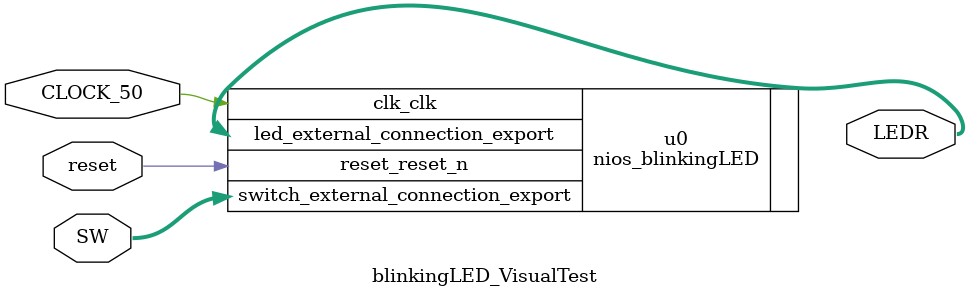
<source format=v>
module blinkingLED_VisualTest
(	
	input wire CLOCK_50, reset,
	input wire [7:0] SW,
	output wire[1:0] LEDR
);

nios_blinkingLED u0 (
	  .clk_clk                        	(CLOCK_50),                        //                     clk.clk
	  .reset_reset_n                  	(reset),                  //                   reset.reset_n
	  .switch_external_connection_export (SW),    //    led_external_connection.export
	  .led_external_connection_export 	(LEDR)  // led_external_connection.export
 );
 
endmodule
</source>
